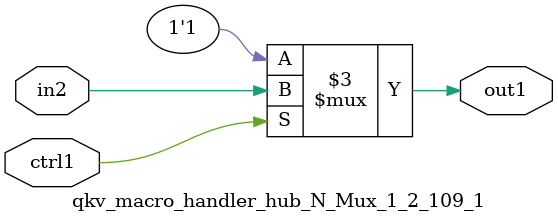
<source format=v>

`timescale 1ps / 1ps


module qkv_macro_handler_hub_N_Mux_1_2_109_1( in2, ctrl1, out1 );

    input in2;
    input ctrl1;
    output out1;
    reg out1;

    
    // rtl_process:qkv_macro_handler_hub_N_Mux_1_2_109_1/qkv_macro_handler_hub_N_Mux_1_2_109_1_thread_1
    always @*
      begin : qkv_macro_handler_hub_N_Mux_1_2_109_1_thread_1
        case (ctrl1) 
          1'b1: 
            begin
              out1 = in2;
            end
          default: 
            begin
              out1 = 1'b1;
            end
        endcase
      end

endmodule


</source>
